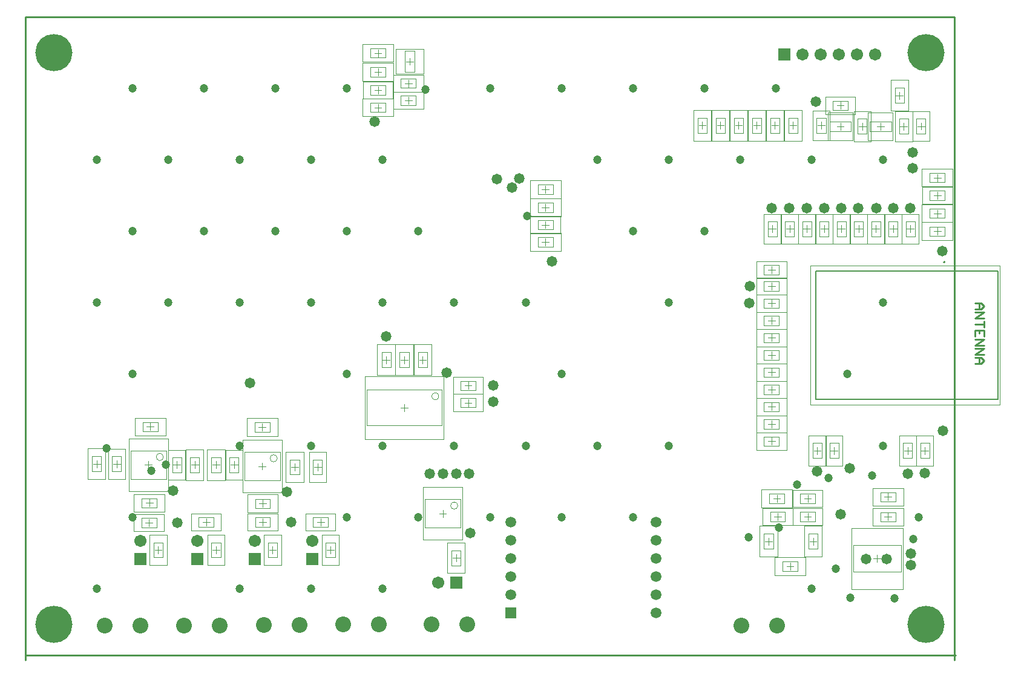
<source format=gbs>
G04*
G04 #@! TF.GenerationSoftware,Altium Limited,Altium Designer,22.0.2 (36)*
G04*
G04 Layer_Color=16711935*
%FSLAX44Y44*%
%MOMM*%
G71*
G04*
G04 #@! TF.SameCoordinates,44A75C0C-92E7-4886-82EC-FF5ABF5C97BD*
G04*
G04*
G04 #@! TF.FilePolarity,Negative*
G04*
G01*
G75*
%ADD11C,0.2540*%
%ADD13C,0.2000*%
%ADD14C,0.1000*%
%ADD15C,0.1270*%
%ADD16C,0.0500*%
%ADD53C,1.5032*%
%ADD54R,1.5032X1.5032*%
%ADD55C,2.2032*%
%ADD56R,1.7032X1.7032*%
%ADD57C,1.7032*%
%ADD58R,1.7032X1.7032*%
%ADD59C,1.2032*%
%ADD60C,1.4732*%
%ADD61C,5.2032*%
D11*
X1300000D02*
Y900000D01*
X0D02*
X1300000D01*
X1270Y6350D02*
X1301270D01*
X0Y0D02*
Y900000D01*
X1328170Y499660D02*
X1336634D01*
X1340866Y495428D01*
X1336634Y491196D01*
X1328170D01*
X1334518D01*
Y499660D01*
X1328170Y486964D02*
X1340866D01*
X1328170Y478500D01*
X1340866D01*
Y474268D02*
Y465804D01*
Y470036D01*
X1328170D01*
X1340866Y453108D02*
Y461572D01*
X1328170D01*
Y453108D01*
X1334518Y461572D02*
Y457340D01*
X1328170Y448876D02*
X1340866D01*
X1328170Y440412D01*
X1340866D01*
X1328170Y436181D02*
X1340866D01*
X1328170Y427717D01*
X1340866D01*
X1328170Y423485D02*
X1336634D01*
X1340866Y419253D01*
X1336634Y415021D01*
X1328170D01*
X1334518D01*
Y423485D01*
D13*
X1286770Y556660D02*
G03*
X1286770Y556660I-1000J0D01*
G01*
D14*
X578500Y369000D02*
G03*
X578500Y369000I-5000J0D01*
G01*
X605000Y216000D02*
G03*
X605000Y216000I-5000J0D01*
G01*
X352450Y282210D02*
G03*
X352450Y282210I-5000J0D01*
G01*
X193200Y284080D02*
G03*
X193200Y284080I-5000J0D01*
G01*
X1125270Y753760D02*
X1155270D01*
X1125270Y739760D02*
X1155270D01*
Y753760D01*
X1125270Y739760D02*
Y753760D01*
X1158170Y160320D02*
X1225170D01*
X1158170Y123320D02*
X1225170D01*
Y160320D01*
X1158170Y123320D02*
Y160320D01*
X477500Y378000D02*
X582500D01*
X477500Y328000D02*
X582500D01*
Y378000D01*
X477500Y328000D02*
Y378000D01*
X559000Y185000D02*
Y225000D01*
X609000Y185000D02*
Y225000D01*
X559000Y185000D02*
X609000D01*
X559000Y225000D02*
X609000D01*
X306450Y251210D02*
Y291210D01*
X356450Y251210D02*
Y291210D01*
X306450Y251210D02*
X356450D01*
X306450Y291210D02*
X356450D01*
X147200Y253080D02*
Y293080D01*
X197200Y253080D02*
Y293080D01*
X147200Y253080D02*
X197200D01*
X147200Y293080D02*
X197200D01*
X1084060Y232320D02*
X1105060D01*
X1084060Y219320D02*
X1105060D01*
X1084060D02*
Y232320D01*
X1105060Y219320D02*
Y232320D01*
X1042150Y206920D02*
X1063150D01*
X1042150Y193920D02*
X1063150D01*
X1042150D02*
Y206920D01*
X1063150Y193920D02*
Y206920D01*
X1084060D02*
X1105060D01*
X1084060Y193920D02*
X1105060D01*
X1084060D02*
Y206920D01*
X1105060Y193920D02*
Y206920D01*
X525500Y813500D02*
X546500D01*
X525500Y800500D02*
X546500D01*
X525500D02*
Y813500D01*
X546500Y800500D02*
Y813500D01*
X525500Y776500D02*
X546500D01*
X525500Y789500D02*
X546500D01*
Y776500D02*
Y789500D01*
X525500Y776500D02*
Y789500D01*
X596160Y132230D02*
Y153230D01*
X609160Y132230D02*
Y153230D01*
X596160Y132230D02*
X609160D01*
X596160Y153230D02*
X609160D01*
X1033440Y336700D02*
X1054440D01*
X1033440Y323700D02*
X1054440D01*
X1033440D02*
Y336700D01*
X1054440Y323700D02*
Y336700D01*
X1159360Y592750D02*
Y613750D01*
X1172360Y592750D02*
Y613750D01*
X1159360Y592750D02*
X1172360D01*
X1159360Y613750D02*
X1172360D01*
X1033440Y360830D02*
X1054440D01*
X1033440Y347830D02*
X1054440D01*
X1033440D02*
Y360830D01*
X1054440Y347830D02*
Y360830D01*
X1033440Y552600D02*
X1054440D01*
X1033440Y539600D02*
X1054440D01*
X1033440D02*
Y552600D01*
X1054440Y539600D02*
Y552600D01*
X1033440Y396090D02*
X1054440D01*
X1033440Y409090D02*
X1054440D01*
Y396090D02*
Y409090D01*
X1033440Y396090D02*
Y409090D01*
Y312570D02*
X1054440D01*
X1033440Y299570D02*
X1054440D01*
X1033440D02*
Y312570D01*
X1054440Y299570D02*
Y312570D01*
X1033440Y420220D02*
X1054440D01*
X1033440Y433220D02*
X1054440D01*
Y420220D02*
Y433220D01*
X1033440Y420220D02*
Y433220D01*
Y444350D02*
X1054440D01*
X1033440Y457350D02*
X1054440D01*
Y444350D02*
Y457350D01*
X1033440Y444350D02*
Y457350D01*
Y468480D02*
X1054440D01*
X1033440Y481480D02*
X1054440D01*
Y468480D02*
Y481480D01*
X1033440Y468480D02*
Y481480D01*
Y492610D02*
X1054440D01*
X1033440Y505610D02*
X1054440D01*
Y492610D02*
Y505610D01*
X1033440Y492610D02*
Y505610D01*
Y516740D02*
X1054440D01*
X1033440Y529740D02*
X1054440D01*
Y516740D02*
Y529740D01*
X1033440Y516740D02*
Y529740D01*
X1086970Y592750D02*
Y613750D01*
X1099970Y592750D02*
Y613750D01*
X1086970Y592750D02*
X1099970D01*
X1086970Y613750D02*
X1099970D01*
X1183490Y592750D02*
Y613750D01*
X1196490Y592750D02*
Y613750D01*
X1183490Y592750D02*
X1196490D01*
X1183490Y613750D02*
X1196490D01*
X1207620Y592750D02*
Y613750D01*
X1220620Y592750D02*
Y613750D01*
X1207620Y592750D02*
X1220620D01*
X1207620Y613750D02*
X1220620D01*
X1231750Y592750D02*
Y613750D01*
X1244750Y592750D02*
Y613750D01*
X1231750Y592750D02*
X1244750D01*
X1231750Y613750D02*
X1244750D01*
X609012Y390500D02*
X630012D01*
X609012Y377500D02*
X630012D01*
X609012D02*
Y390500D01*
X630012Y377500D02*
Y390500D01*
X609012Y366500D02*
X630012D01*
X609012Y353500D02*
X630012D01*
X609012D02*
Y366500D01*
X630012Y353500D02*
Y366500D01*
X1033440Y384960D02*
X1054440D01*
X1033440Y371960D02*
X1054440D01*
X1033440D02*
Y384960D01*
X1054440Y371960D02*
Y384960D01*
X1051710Y592750D02*
Y613750D01*
X1038710Y592750D02*
Y613750D01*
X1051710D01*
X1038710Y592750D02*
X1051710D01*
X1075840D02*
Y613750D01*
X1062840Y592750D02*
Y613750D01*
X1075840D01*
X1062840Y592750D02*
X1075840D01*
X1124100D02*
Y613750D01*
X1111100Y592750D02*
Y613750D01*
X1124100D01*
X1111100Y592750D02*
X1124100D01*
X1148230D02*
Y613750D01*
X1135230Y592750D02*
Y613750D01*
X1148230D01*
X1135230Y592750D02*
X1148230D01*
X1138070Y282500D02*
Y303500D01*
X1125070Y282500D02*
Y303500D01*
X1138070D01*
X1125070Y282500D02*
X1138070D01*
X1265070D02*
Y303500D01*
X1252070Y282500D02*
Y303500D01*
X1265070D01*
X1252070Y282500D02*
X1265070D01*
X1240940D02*
Y303500D01*
X1227940Y282500D02*
Y303500D01*
X1240940D01*
X1227940Y282500D02*
X1240940D01*
X1246500Y736500D02*
Y757500D01*
X1259500Y736500D02*
Y757500D01*
X1246500Y736500D02*
X1259500D01*
X1246500Y757500D02*
X1259500D01*
X1235510Y736260D02*
Y757260D01*
X1222510Y736260D02*
Y757260D01*
X1235510D01*
X1222510Y736260D02*
X1235510D01*
X1164440D02*
Y757260D01*
X1177440Y736260D02*
Y757260D01*
X1164440Y736260D02*
X1177440D01*
X1164440Y757260D02*
X1177440D01*
X1107100Y737530D02*
Y758530D01*
X1120100Y737530D02*
Y758530D01*
X1107100Y737530D02*
X1120100D01*
X1107100Y758530D02*
X1120100D01*
X1129770Y769470D02*
X1150770D01*
X1129770Y782470D02*
X1150770D01*
Y769470D02*
Y782470D01*
X1129770Y769470D02*
Y782470D01*
X1101500Y282500D02*
Y303500D01*
X1114500Y282500D02*
Y303500D01*
X1101500Y282500D02*
X1114500D01*
X1101500Y303500D02*
X1114500D01*
X162500Y198500D02*
X183500D01*
X162500Y185500D02*
X183500D01*
X162500D02*
Y198500D01*
X183500Y185500D02*
Y198500D01*
X192500Y143500D02*
Y164500D01*
X179500Y143500D02*
Y164500D01*
X192500D01*
X179500Y143500D02*
X192500D01*
X121250Y263850D02*
Y284850D01*
X134250Y263850D02*
Y284850D01*
X121250Y263850D02*
X134250D01*
X121250Y284850D02*
X134250D01*
X242500Y186500D02*
X263500D01*
X242500Y199500D02*
X263500D01*
Y186500D02*
Y199500D01*
X242500Y186500D02*
Y199500D01*
X273500Y143500D02*
Y164500D01*
X260500Y143500D02*
Y164500D01*
X273500D01*
X260500Y143500D02*
X273500D01*
X218500Y262500D02*
Y283500D01*
X205500Y262500D02*
Y283500D01*
X218500D01*
X205500Y262500D02*
X218500D01*
X321500Y199500D02*
X342500D01*
X321500Y186500D02*
X342500D01*
X321500D02*
Y199500D01*
X342500Y186500D02*
Y199500D01*
X352500Y143500D02*
Y164500D01*
X339500Y143500D02*
Y164500D01*
X352500D01*
X339500Y143500D02*
X352500D01*
X285500Y262500D02*
Y283500D01*
X298500Y262500D02*
Y283500D01*
X285500Y262500D02*
X298500D01*
X285500Y283500D02*
X298500D01*
X402500Y186500D02*
X423500D01*
X402500Y199500D02*
X423500D01*
Y186500D02*
Y199500D01*
X402500Y186500D02*
Y199500D01*
X433500Y143500D02*
Y164500D01*
X420500Y143500D02*
Y164500D01*
X433500D01*
X420500Y143500D02*
X433500D01*
X415420Y259440D02*
Y280440D01*
X402420Y259440D02*
Y280440D01*
X415420D01*
X402420Y259440D02*
X415420D01*
X530680Y822620D02*
Y852620D01*
X544680Y822620D02*
Y852620D01*
X530680D02*
X544680D01*
X530680Y822620D02*
X544680D01*
X1181340Y753760D02*
X1211340D01*
X1181340Y739760D02*
X1211340D01*
Y753760D01*
X1181340Y739760D02*
Y753760D01*
X482890Y803830D02*
X503890D01*
X482890Y790830D02*
X503890D01*
X482890D02*
Y803830D01*
X503890Y790830D02*
Y803830D01*
X717110Y615480D02*
X738110D01*
X717110Y602480D02*
X738110D01*
X717110D02*
Y615480D01*
X738110Y602480D02*
Y615480D01*
X1265500Y643500D02*
X1286500D01*
X1265500Y656500D02*
X1286500D01*
Y643500D02*
Y656500D01*
X1265500Y643500D02*
Y656500D01*
X1061880Y219320D02*
Y232320D01*
X1040880Y219320D02*
Y232320D01*
Y219320D02*
X1061880D01*
X1040880Y232320D02*
X1061880D01*
X498500Y430500D02*
X511500D01*
X498500Y409500D02*
X511500D01*
Y430500D01*
X498500Y409500D02*
Y430500D01*
X1067650Y758530D02*
X1080650D01*
X1067650Y737530D02*
X1080650D01*
Y758530D01*
X1067650Y737530D02*
Y758530D01*
X991450D02*
X1004450D01*
X991450Y737530D02*
X1004450D01*
Y758530D01*
X991450Y737530D02*
Y758530D01*
X966050D02*
X979050D01*
X966050Y737530D02*
X979050D01*
Y758530D01*
X966050Y737530D02*
Y758530D01*
X183970Y213240D02*
Y226240D01*
X162970Y213240D02*
Y226240D01*
Y213240D02*
X183970D01*
X162970Y226240D02*
X183970D01*
X185240Y319920D02*
Y332920D01*
X164240Y319920D02*
Y332920D01*
Y319920D02*
X185240D01*
X164240Y332920D02*
X185240D01*
X342500Y212500D02*
Y225500D01*
X321500Y212500D02*
Y225500D01*
Y212500D02*
X342500D01*
X321500Y225500D02*
X342500D01*
X341950Y319320D02*
Y332320D01*
X320950Y319320D02*
Y332320D01*
Y319320D02*
X341950D01*
X320950Y332320D02*
X341950D01*
X1095680Y155630D02*
Y176630D01*
X1108680Y155630D02*
Y176630D01*
X1095680Y155630D02*
X1108680D01*
X1095680Y176630D02*
X1108680D01*
X1196410Y193740D02*
X1217410D01*
X1196410Y206740D02*
X1217410D01*
Y193740D02*
Y206740D01*
X1196410Y193740D02*
Y206740D01*
Y221680D02*
X1217410D01*
X1196410Y234680D02*
X1217410D01*
Y221680D02*
Y234680D01*
X1196410Y221680D02*
Y234680D01*
X1033450Y155630D02*
Y176630D01*
X1046450Y155630D02*
Y176630D01*
X1033450Y155630D02*
X1046450D01*
X1033450Y176630D02*
X1046450D01*
X1059500Y124500D02*
X1080500D01*
X1059500Y137500D02*
X1080500D01*
Y124500D02*
Y137500D01*
X1059500Y124500D02*
Y137500D01*
X562500Y409500D02*
Y430500D01*
X549500Y409500D02*
Y430500D01*
X562500D01*
X549500Y409500D02*
X562500D01*
X536550Y409590D02*
Y430590D01*
X523550Y409590D02*
Y430590D01*
X536550D01*
X523550Y409590D02*
X536550D01*
X482890Y766700D02*
X503890D01*
X482890Y779700D02*
X503890D01*
Y766700D02*
Y779700D01*
X482890Y766700D02*
Y779700D01*
Y816230D02*
X503890D01*
X482890Y829230D02*
X503890D01*
Y816230D02*
Y829230D01*
X482890Y816230D02*
Y829230D01*
Y842900D02*
X503890D01*
X482890Y855900D02*
X503890D01*
Y842900D02*
Y855900D01*
X482890Y842900D02*
Y855900D01*
X717110Y591350D02*
X738110D01*
X717110Y578350D02*
X738110D01*
X717110D02*
Y591350D01*
X738110Y578350D02*
Y591350D01*
X717110Y639610D02*
X738110D01*
X717110Y626610D02*
X738110D01*
X717110D02*
Y639610D01*
X738110Y626610D02*
Y639610D01*
X717110Y665010D02*
X738110D01*
X717110Y652010D02*
X738110D01*
X717110D02*
Y665010D01*
X738110Y652010D02*
Y665010D01*
X1265500Y681500D02*
X1286500D01*
X1265500Y668500D02*
X1286500D01*
X1265500D02*
Y681500D01*
X1286500Y668500D02*
Y681500D01*
X1265500Y593500D02*
X1286500D01*
X1265500Y606500D02*
X1286500D01*
Y593500D02*
Y606500D01*
X1265500Y593500D02*
Y606500D01*
Y618500D02*
X1286500D01*
X1265500Y631500D02*
X1286500D01*
Y618500D02*
Y631500D01*
X1265500Y618500D02*
Y631500D01*
X1229500Y779500D02*
Y800500D01*
X1216500Y779500D02*
Y800500D01*
X1229500D01*
X1216500Y779500D02*
X1229500D01*
X1055250Y737530D02*
Y758530D01*
X1042250Y737530D02*
Y758530D01*
X1055250D01*
X1042250Y737530D02*
X1055250D01*
X1029850D02*
Y758530D01*
X1016850Y737530D02*
Y758530D01*
X1029850D01*
X1016850Y737530D02*
X1029850D01*
X953650D02*
Y758530D01*
X940650Y737530D02*
Y758530D01*
X953650D01*
X940650Y737530D02*
X953650D01*
X93310Y263850D02*
Y284850D01*
X106310Y263850D02*
Y284850D01*
X93310Y263850D02*
X106310D01*
X93310Y284850D02*
X106310D01*
X243500Y262500D02*
Y283500D01*
X230500Y262500D02*
Y283500D01*
X243500D01*
X230500Y262500D02*
X243500D01*
X260500D02*
Y283500D01*
X273500Y262500D02*
Y283500D01*
X260500Y262500D02*
X273500D01*
X260500Y283500D02*
X273500D01*
X383416Y259440D02*
Y280440D01*
X370416Y259440D02*
Y280440D01*
X383416D01*
X370416Y259440D02*
X383416D01*
X1140270Y741760D02*
Y751760D01*
X1135270Y746760D02*
X1145270D01*
X1191670Y136820D02*
Y146820D01*
X1186670Y141820D02*
X1196670D01*
X530000Y348000D02*
Y358000D01*
X525000Y353000D02*
X535000D01*
X579000Y205000D02*
X589000D01*
X584000Y200000D02*
Y210000D01*
X326450Y271210D02*
X336450D01*
X331450Y266210D02*
Y276210D01*
X167200Y273080D02*
X177200D01*
X172200Y268080D02*
Y278080D01*
X1094560Y220820D02*
Y230820D01*
X1089560Y225820D02*
X1099560D01*
X1052650Y195420D02*
Y205420D01*
X1047650Y200420D02*
X1057650D01*
X1094560Y195420D02*
Y205420D01*
X1089560Y200420D02*
X1099560D01*
X536000Y802000D02*
Y812000D01*
X531000Y807000D02*
X541000D01*
X536000Y778000D02*
Y788000D01*
X531000Y783000D02*
X541000D01*
X597660Y142730D02*
X607660D01*
X602660Y137730D02*
Y147730D01*
X1043940Y325200D02*
Y335200D01*
X1038940Y330200D02*
X1048940D01*
X1160860Y603250D02*
X1170860D01*
X1165860Y598250D02*
Y608250D01*
X1043940Y349330D02*
Y359330D01*
X1038940Y354330D02*
X1048940D01*
X1043940Y541100D02*
Y551100D01*
X1038940Y546100D02*
X1048940D01*
X1043940Y397590D02*
Y407590D01*
X1038940Y402590D02*
X1048940D01*
X1043940Y301070D02*
Y311070D01*
X1038940Y306070D02*
X1048940D01*
X1043940Y421720D02*
Y431720D01*
X1038940Y426720D02*
X1048940D01*
X1043940Y445850D02*
Y455850D01*
X1038940Y450850D02*
X1048940D01*
X1043940Y469980D02*
Y479980D01*
X1038940Y474980D02*
X1048940D01*
X1043940Y494110D02*
Y504110D01*
X1038940Y499110D02*
X1048940D01*
X1043940Y518240D02*
Y528240D01*
X1038940Y523240D02*
X1048940D01*
X1088470Y603250D02*
X1098470D01*
X1093470Y598250D02*
Y608250D01*
X1184990Y603250D02*
X1194990D01*
X1189990Y598250D02*
Y608250D01*
X1209120Y603250D02*
X1219120D01*
X1214120Y598250D02*
Y608250D01*
X1233250Y603250D02*
X1243250D01*
X1238250Y598250D02*
Y608250D01*
X619512Y379000D02*
Y389000D01*
X614512Y384000D02*
X624512D01*
X619512Y355000D02*
Y365000D01*
X614512Y360000D02*
X624512D01*
X1043940Y373460D02*
Y383460D01*
X1038940Y378460D02*
X1048940D01*
X1040210Y603250D02*
X1050210D01*
X1045210Y598250D02*
Y608250D01*
X1064340Y603250D02*
X1074340D01*
X1069340Y598250D02*
Y608250D01*
X1112600Y603250D02*
X1122600D01*
X1117600Y598250D02*
Y608250D01*
X1136730Y603250D02*
X1146730D01*
X1141730Y598250D02*
Y608250D01*
X1126570Y293000D02*
X1136570D01*
X1131570Y288000D02*
Y298000D01*
X1253570Y293000D02*
X1263570D01*
X1258570Y288000D02*
Y298000D01*
X1229440Y293000D02*
X1239440D01*
X1234440Y288000D02*
Y298000D01*
X1248000Y747000D02*
X1258000D01*
X1253000Y742000D02*
Y752000D01*
X1224010Y746760D02*
X1234010D01*
X1229010Y741760D02*
Y751760D01*
X1165940Y746760D02*
X1175940D01*
X1170940Y741760D02*
Y751760D01*
X1108600Y748030D02*
X1118600D01*
X1113600Y743030D02*
Y753030D01*
X1140270Y770970D02*
Y780970D01*
X1135270Y775970D02*
X1145270D01*
X1103000Y293000D02*
X1113000D01*
X1108000Y288000D02*
Y298000D01*
X173000Y187000D02*
Y197000D01*
X168000Y192000D02*
X178000D01*
X181000Y154000D02*
X191000D01*
X186000Y149000D02*
Y159000D01*
X122750Y274350D02*
X132750D01*
X127750Y269350D02*
Y279350D01*
X253000Y188000D02*
Y198000D01*
X248000Y193000D02*
X258000D01*
X262000Y154000D02*
X272000D01*
X267000Y149000D02*
Y159000D01*
X207000Y273000D02*
X217000D01*
X212000Y268000D02*
Y278000D01*
X332000Y188000D02*
Y198000D01*
X327000Y193000D02*
X337000D01*
X341000Y154000D02*
X351000D01*
X346000Y149000D02*
Y159000D01*
X287000Y273000D02*
X297000D01*
X292000Y268000D02*
Y278000D01*
X413000Y188000D02*
Y198000D01*
X408000Y193000D02*
X418000D01*
X422000Y154000D02*
X432000D01*
X427000Y149000D02*
Y159000D01*
X403920Y269940D02*
X413920D01*
X408920Y264940D02*
Y274940D01*
X532680Y837620D02*
X542680D01*
X537680Y832620D02*
Y842620D01*
X1196340Y741760D02*
Y751760D01*
X1191340Y746760D02*
X1201340D01*
X493390Y792330D02*
Y802330D01*
X488390Y797330D02*
X498390D01*
X727610Y603980D02*
Y613980D01*
X722610Y608980D02*
X732610D01*
X1276000Y645000D02*
Y655000D01*
X1271000Y650000D02*
X1281000D01*
X1046380Y225820D02*
X1056380D01*
X1051380Y220820D02*
Y230820D01*
X505000Y415000D02*
Y425000D01*
X500000Y420000D02*
X510000D01*
X1074150Y743030D02*
Y753030D01*
X1069150Y748030D02*
X1079150D01*
X997950Y743030D02*
Y753030D01*
X992950Y748030D02*
X1002950D01*
X972550Y743030D02*
Y753030D01*
X967550Y748030D02*
X977550D01*
X168470Y219740D02*
X178470D01*
X173470Y214740D02*
Y224740D01*
X169740Y326420D02*
X179740D01*
X174740Y321420D02*
Y331420D01*
X327000Y219000D02*
X337000D01*
X332000Y214000D02*
Y224000D01*
X326450Y325820D02*
X336450D01*
X331450Y320820D02*
Y330820D01*
X1097180Y166130D02*
X1107180D01*
X1102180Y161130D02*
Y171130D01*
X1206910Y195240D02*
Y205240D01*
X1201910Y200240D02*
X1211910D01*
X1206910Y223180D02*
Y233180D01*
X1201910Y228180D02*
X1211910D01*
X1034950Y166130D02*
X1044950D01*
X1039950Y161130D02*
Y171130D01*
X1070000Y126000D02*
Y136000D01*
X1065000Y131000D02*
X1075000D01*
X551000Y420000D02*
X561000D01*
X556000Y415000D02*
Y425000D01*
X525050Y420090D02*
X535050D01*
X530050Y415090D02*
Y425090D01*
X493390Y768200D02*
Y778200D01*
X488390Y773200D02*
X498390D01*
X493390Y817730D02*
Y827730D01*
X488390Y822730D02*
X498390D01*
X493390Y844400D02*
Y854400D01*
X488390Y849400D02*
X498390D01*
X727610Y579850D02*
Y589850D01*
X722610Y584850D02*
X732610D01*
X727610Y628110D02*
Y638110D01*
X722610Y633110D02*
X732610D01*
X727610Y653510D02*
Y663510D01*
X722610Y658510D02*
X732610D01*
X1276000Y670000D02*
Y680000D01*
X1271000Y675000D02*
X1281000D01*
X1276000Y595000D02*
Y605000D01*
X1271000Y600000D02*
X1281000D01*
X1276000Y620000D02*
Y630000D01*
X1271000Y625000D02*
X1281000D01*
X1218000Y790000D02*
X1228000D01*
X1223000Y785000D02*
Y795000D01*
X1043750Y748030D02*
X1053750D01*
X1048750Y743030D02*
Y753030D01*
X1018350Y748030D02*
X1028350D01*
X1023350Y743030D02*
Y753030D01*
X942150Y748030D02*
X952150D01*
X947150Y743030D02*
Y753030D01*
X94810Y274350D02*
X104810D01*
X99810Y269350D02*
Y279350D01*
X232000Y273000D02*
X242000D01*
X237000Y268000D02*
Y278000D01*
X262000Y273000D02*
X272000D01*
X267000Y268000D02*
Y278000D01*
X371916Y269940D02*
X381916D01*
X376916Y264940D02*
Y274940D01*
D15*
X1360670Y364660D02*
Y544660D01*
X1300670Y364660D02*
X1360670D01*
X1105670D02*
X1300670D01*
X1105670D02*
Y544660D01*
X1300670D01*
X1360670D01*
X1300670Y364660D02*
Y544660D01*
D16*
X1122770Y766010D02*
X1157770D01*
X1122770Y727510D02*
X1157770D01*
Y766010D01*
X1122770Y727510D02*
Y766010D01*
X1155670Y184320D02*
X1227670D01*
X1155670Y99320D02*
X1227670D01*
Y184320D01*
X1155670Y99320D02*
Y184320D01*
X475000Y397000D02*
X585000D01*
X475000Y309000D02*
X585000D01*
Y397000D01*
X475000Y309000D02*
Y397000D01*
X556500Y168000D02*
Y242000D01*
X611500Y168000D02*
Y242000D01*
X556500Y168000D02*
X611500D01*
X556500Y242000D02*
X611500D01*
X303950Y234210D02*
Y308210D01*
X358950Y234210D02*
Y308210D01*
X303950Y234210D02*
X358950D01*
X303950Y308210D02*
X358950D01*
X144700Y236080D02*
Y310080D01*
X199700Y236080D02*
Y310080D01*
X144700Y236080D02*
X199700D01*
X144700Y310080D02*
X199700D01*
X1098170Y552160D02*
X1363170D01*
Y357160D02*
Y552160D01*
X1098170Y357160D02*
X1363170D01*
X1098170D02*
Y552160D01*
X1073560Y237820D02*
X1115560D01*
X1073560Y213820D02*
X1115560D01*
X1073560D02*
Y237820D01*
X1115560Y213820D02*
Y237820D01*
X1031650Y212420D02*
X1073650D01*
X1031650Y188420D02*
X1073650D01*
X1031650D02*
Y212420D01*
X1073650Y188420D02*
Y212420D01*
X1073560D02*
X1115560D01*
X1073560Y188420D02*
X1115560D01*
X1073560D02*
Y212420D01*
X1115560Y188420D02*
Y212420D01*
X515000Y819000D02*
X557000D01*
X515000Y795000D02*
X557000D01*
X515000D02*
Y819000D01*
X557000Y795000D02*
Y819000D01*
X515000Y771000D02*
X557000D01*
X515000Y795000D02*
X557000D01*
Y771000D02*
Y795000D01*
X515000Y771000D02*
Y795000D01*
X590660Y121730D02*
Y163730D01*
X614660Y121730D02*
Y163730D01*
X590660Y121730D02*
X614660D01*
X590660Y163730D02*
X614660D01*
X1022940Y342200D02*
X1064940D01*
X1022940Y318200D02*
X1064940D01*
X1022940D02*
Y342200D01*
X1064940Y318200D02*
Y342200D01*
X1153860Y582250D02*
Y624250D01*
X1177860Y582250D02*
Y624250D01*
X1153860Y582250D02*
X1177860D01*
X1153860Y624250D02*
X1177860D01*
X1022940Y366330D02*
X1064940D01*
X1022940Y342330D02*
X1064940D01*
X1022940D02*
Y366330D01*
X1064940Y342330D02*
Y366330D01*
X1022940Y558100D02*
X1064940D01*
X1022940Y534100D02*
X1064940D01*
X1022940D02*
Y558100D01*
X1064940Y534100D02*
Y558100D01*
X1022940Y390590D02*
X1064940D01*
X1022940Y414590D02*
X1064940D01*
Y390590D02*
Y414590D01*
X1022940Y390590D02*
Y414590D01*
X1022940Y318070D02*
X1064940D01*
X1022940Y294070D02*
X1064940D01*
X1022940D02*
Y318070D01*
X1064940Y294070D02*
Y318070D01*
X1022940Y414720D02*
X1064940D01*
X1022940Y438720D02*
X1064940D01*
Y414720D02*
Y438720D01*
X1022940Y414720D02*
Y438720D01*
Y438850D02*
X1064940D01*
X1022940Y462850D02*
X1064940D01*
Y438850D02*
Y462850D01*
X1022940Y438850D02*
Y462850D01*
Y462980D02*
X1064940D01*
X1022940Y486980D02*
X1064940D01*
Y462980D02*
Y486980D01*
X1022940Y462980D02*
Y486980D01*
Y487110D02*
X1064940D01*
X1022940Y511110D02*
X1064940D01*
Y487110D02*
Y511110D01*
X1022940Y487110D02*
Y511110D01*
Y511240D02*
X1064940D01*
X1022940Y535240D02*
X1064940D01*
Y511240D02*
Y535240D01*
X1022940Y511240D02*
Y535240D01*
X1081470Y582250D02*
Y624250D01*
X1105470Y582250D02*
Y624250D01*
X1081470Y582250D02*
X1105470D01*
X1081470Y624250D02*
X1105470D01*
X1177990Y582250D02*
Y624250D01*
X1201990Y582250D02*
Y624250D01*
X1177990Y582250D02*
X1201990D01*
X1177990Y624250D02*
X1201990D01*
X1202120Y582250D02*
Y624250D01*
X1226120Y582250D02*
Y624250D01*
X1202120Y582250D02*
X1226120D01*
X1202120Y624250D02*
X1226120D01*
X1226250Y582250D02*
Y624250D01*
X1250250Y582250D02*
Y624250D01*
X1226250Y582250D02*
X1250250D01*
X1226250Y624250D02*
X1250250D01*
X598512Y396000D02*
X640512D01*
X598512Y372000D02*
X640512D01*
X598512D02*
Y396000D01*
X640512Y372000D02*
Y396000D01*
X598512Y372000D02*
X640512D01*
X598512Y348000D02*
X640512D01*
X598512D02*
Y372000D01*
X640512Y348000D02*
Y372000D01*
X1022940Y390460D02*
X1064940D01*
X1022940Y366460D02*
X1064940D01*
X1022940D02*
Y390460D01*
X1064940Y366460D02*
Y390460D01*
X1057210Y582250D02*
Y624250D01*
X1033210Y582250D02*
Y624250D01*
X1057210D01*
X1033210Y582250D02*
X1057210D01*
X1081340D02*
Y624250D01*
X1057340Y582250D02*
Y624250D01*
X1081340D01*
X1057340Y582250D02*
X1081340D01*
X1129600D02*
Y624250D01*
X1105600Y582250D02*
Y624250D01*
X1129600D01*
X1105600Y582250D02*
X1129600D01*
X1153730D02*
Y624250D01*
X1129730Y582250D02*
Y624250D01*
X1153730D01*
X1129730Y582250D02*
X1153730D01*
X1143570Y272000D02*
Y314000D01*
X1119570Y272000D02*
Y314000D01*
X1143570D01*
X1119570Y272000D02*
X1143570D01*
X1270570D02*
Y314000D01*
X1246570Y272000D02*
Y314000D01*
X1270570D01*
X1246570Y272000D02*
X1270570D01*
X1246440D02*
Y314000D01*
X1222440Y272000D02*
Y314000D01*
X1246440D01*
X1222440Y272000D02*
X1246440D01*
X1241000Y726000D02*
Y768000D01*
X1265000Y726000D02*
Y768000D01*
X1241000Y726000D02*
X1265000D01*
X1241000Y768000D02*
X1265000D01*
X1241010Y725760D02*
Y767760D01*
X1217010Y725760D02*
Y767760D01*
X1241010D01*
X1217010Y725760D02*
X1241010D01*
X1158940Y725760D02*
Y767760D01*
X1182940Y725760D02*
Y767760D01*
X1158940Y725760D02*
X1182940D01*
X1158940Y767760D02*
X1182940D01*
X1101600Y727030D02*
Y769030D01*
X1125600Y727030D02*
Y769030D01*
X1101600Y727030D02*
X1125600D01*
X1101600Y769030D02*
X1125600D01*
X1119270Y763970D02*
X1161270D01*
X1119270Y787970D02*
X1161270D01*
Y763970D02*
Y787970D01*
X1119270Y763970D02*
Y787970D01*
X1096000Y272000D02*
Y314000D01*
X1120000Y272000D02*
Y314000D01*
X1096000Y272000D02*
X1120000D01*
X1096000Y314000D02*
X1120000D01*
X152000Y204000D02*
X194000D01*
X152000Y180000D02*
X194000D01*
X152000D02*
Y204000D01*
X194000Y180000D02*
Y204000D01*
X198000Y133000D02*
Y175000D01*
X174000Y133000D02*
Y175000D01*
X198000D01*
X174000Y133000D02*
X198000D01*
X115750Y253350D02*
Y295350D01*
X139750Y253350D02*
Y295350D01*
X115750Y253350D02*
X139750D01*
X115750Y295350D02*
X139750D01*
X232000Y181000D02*
X274000D01*
X232000Y205000D02*
X274000D01*
Y181000D02*
Y205000D01*
X232000Y181000D02*
Y205000D01*
X279000Y133000D02*
Y175000D01*
X255000Y133000D02*
Y175000D01*
X279000D01*
X255000Y133000D02*
X279000D01*
X224000Y252000D02*
Y294000D01*
X200000Y252000D02*
Y294000D01*
X224000D01*
X200000Y252000D02*
X224000D01*
X311000Y205000D02*
X353000D01*
X311000Y181000D02*
X353000D01*
X311000D02*
Y205000D01*
X353000Y181000D02*
Y205000D01*
X358000Y133000D02*
Y175000D01*
X334000Y133000D02*
Y175000D01*
X358000D01*
X334000Y133000D02*
X358000D01*
X280000Y252000D02*
Y294000D01*
X304000Y252000D02*
Y294000D01*
X280000Y252000D02*
X304000D01*
X280000Y294000D02*
X304000D01*
X392000Y181000D02*
X434000D01*
X392000Y205000D02*
X434000D01*
Y181000D02*
Y205000D01*
X392000Y181000D02*
Y205000D01*
X439000Y133000D02*
Y175000D01*
X415000Y133000D02*
Y175000D01*
X439000D01*
X415000Y133000D02*
X439000D01*
X420920Y248940D02*
Y290940D01*
X396920Y248940D02*
Y290940D01*
X420920D01*
X396920Y248940D02*
X420920D01*
X518430Y820120D02*
Y855120D01*
X556930Y820120D02*
Y855120D01*
X518430D02*
X556930D01*
X518430Y820120D02*
X556930D01*
X1178840Y766010D02*
X1213840D01*
X1178840Y727510D02*
X1213840D01*
Y766010D01*
X1178840Y727510D02*
Y766010D01*
X472390Y809330D02*
X514390D01*
X472390Y785330D02*
X514390D01*
X472390D02*
Y809330D01*
X514390Y785330D02*
Y809330D01*
X706610Y620980D02*
X748610D01*
X706610Y596980D02*
X748610D01*
X706610D02*
Y620980D01*
X748610Y596980D02*
Y620980D01*
X1255000Y638000D02*
X1297000D01*
X1255000Y662000D02*
X1297000D01*
Y638000D02*
Y662000D01*
X1255000Y638000D02*
Y662000D01*
X1072880Y213320D02*
Y238320D01*
X1029880Y213320D02*
Y238320D01*
Y213320D02*
X1072880D01*
X1029880Y238320D02*
X1072880D01*
X492500Y441500D02*
X517500D01*
X492500Y398500D02*
X517500D01*
Y441500D01*
X492500Y398500D02*
Y441500D01*
X1061650Y769530D02*
X1086650D01*
X1061650Y726530D02*
X1086650D01*
Y769530D01*
X1061650Y726530D02*
Y769530D01*
X985450D02*
X1010450D01*
X985450Y726530D02*
X1010450D01*
Y769530D01*
X985450Y726530D02*
Y769530D01*
X960050D02*
X985050D01*
X960050Y726530D02*
X985050D01*
Y769530D01*
X960050Y726530D02*
Y769530D01*
X194970Y207240D02*
Y232240D01*
X151970Y207240D02*
Y232240D01*
Y207240D02*
X194970D01*
X151970Y232240D02*
X194970D01*
X196240Y313920D02*
Y338920D01*
X153240Y313920D02*
Y338920D01*
Y313920D02*
X196240D01*
X153240Y338920D02*
X196240D01*
X353500Y206500D02*
Y231500D01*
X310500Y206500D02*
Y231500D01*
Y206500D02*
X353500D01*
X310500Y231500D02*
X353500D01*
X352950Y313320D02*
Y338320D01*
X309950Y313320D02*
Y338320D01*
Y313320D02*
X352950D01*
X309950Y338320D02*
X352950D01*
X1089680Y144630D02*
Y187630D01*
X1114680Y144630D02*
Y187630D01*
X1089680Y144630D02*
X1114680D01*
X1089680Y187630D02*
X1114680D01*
X1185410Y187740D02*
X1228410D01*
X1185410Y212740D02*
X1228410D01*
Y187740D02*
Y212740D01*
X1185410Y187740D02*
Y212740D01*
Y215680D02*
X1228410D01*
X1185410Y240680D02*
X1228410D01*
Y215680D02*
Y240680D01*
X1185410Y215680D02*
Y240680D01*
X1027450Y144630D02*
Y187630D01*
X1052450Y144630D02*
Y187630D01*
X1027450Y144630D02*
X1052450D01*
X1027450Y187630D02*
X1052450D01*
X1048500Y118500D02*
X1091500D01*
X1048500Y143500D02*
X1091500D01*
Y118500D02*
Y143500D01*
X1048500Y118500D02*
Y143500D01*
X568500Y398500D02*
Y441500D01*
X543500Y398500D02*
Y441500D01*
X568500D01*
X543500Y398500D02*
X568500D01*
X542550Y398590D02*
Y441590D01*
X517550Y398590D02*
Y441590D01*
X542550D01*
X517550Y398590D02*
X542550D01*
X471890Y760700D02*
X514890D01*
X471890Y785700D02*
X514890D01*
Y760700D02*
Y785700D01*
X471890Y760700D02*
Y785700D01*
Y810230D02*
X514890D01*
X471890Y835230D02*
X514890D01*
Y810230D02*
Y835230D01*
X471890Y810230D02*
Y835230D01*
Y836900D02*
X514890D01*
X471890Y861900D02*
X514890D01*
Y836900D02*
Y861900D01*
X471890Y836900D02*
Y861900D01*
X706110Y597350D02*
X749110D01*
X706110Y572350D02*
X749110D01*
X706110D02*
Y597350D01*
X749110Y572350D02*
Y597350D01*
X706110Y645610D02*
X749110D01*
X706110Y620610D02*
X749110D01*
X706110D02*
Y645610D01*
X749110Y620610D02*
Y645610D01*
X706110Y671010D02*
X749110D01*
X706110Y646010D02*
X749110D01*
X706110D02*
Y671010D01*
X749110Y646010D02*
Y671010D01*
X1254500Y687500D02*
X1297500D01*
X1254500Y662500D02*
X1297500D01*
X1254500D02*
Y687500D01*
X1297500Y662500D02*
Y687500D01*
X1254500Y587500D02*
X1297500D01*
X1254500Y612500D02*
X1297500D01*
Y587500D02*
Y612500D01*
X1254500Y587500D02*
Y612500D01*
X1297500D01*
X1254500Y637500D02*
X1297500D01*
Y612500D02*
Y637500D01*
X1254500Y612500D02*
Y637500D01*
X1235500Y768500D02*
Y811500D01*
X1210500Y768500D02*
Y811500D01*
X1235500D01*
X1210500Y768500D02*
X1235500D01*
X1061250Y726530D02*
Y769530D01*
X1036250Y726530D02*
Y769530D01*
X1061250D01*
X1036250Y726530D02*
X1061250D01*
X1035850D02*
Y769530D01*
X1010850Y726530D02*
Y769530D01*
X1035850D01*
X1010850Y726530D02*
X1035850D01*
X959650D02*
Y769530D01*
X934650Y726530D02*
Y769530D01*
X959650D01*
X934650Y726530D02*
X959650D01*
X87310Y252850D02*
Y295850D01*
X112310Y252850D02*
Y295850D01*
X87310Y252850D02*
X112310D01*
X87310Y295850D02*
X112310D01*
X249500Y251500D02*
Y294500D01*
X224500Y251500D02*
Y294500D01*
X249500D01*
X224500Y251500D02*
X249500D01*
X254500Y251500D02*
Y294500D01*
X279500Y251500D02*
Y294500D01*
X254500Y251500D02*
X279500D01*
X254500Y294500D02*
X279500D01*
X389416Y248440D02*
Y291440D01*
X364416Y248440D02*
Y291440D01*
X389416D01*
X364416Y248440D02*
X389416D01*
D53*
X882650Y66040D02*
D03*
Y91440D02*
D03*
Y116840D02*
D03*
Y193040D02*
D03*
Y167640D02*
D03*
Y142240D02*
D03*
X679450Y193040D02*
D03*
Y167640D02*
D03*
Y142240D02*
D03*
Y91440D02*
D03*
Y116840D02*
D03*
D54*
Y66040D02*
D03*
D55*
X1002000Y48000D02*
D03*
X1052000D02*
D03*
X568000Y50000D02*
D03*
X618000D02*
D03*
X111000Y48270D02*
D03*
X161000D02*
D03*
X222333D02*
D03*
X272333D02*
D03*
X333667Y49000D02*
D03*
X383667D02*
D03*
X445000Y50000D02*
D03*
X495000D02*
D03*
D56*
X602660Y108440D02*
D03*
X1061720Y847090D02*
D03*
D57*
X577260Y108440D02*
D03*
X1087120Y847090D02*
D03*
X1112520D02*
D03*
X1137920D02*
D03*
X1163320D02*
D03*
X1188720D02*
D03*
X161000Y166700D02*
D03*
X241000D02*
D03*
X321000D02*
D03*
X401300D02*
D03*
D58*
X161000Y141300D02*
D03*
X241000D02*
D03*
X321000D02*
D03*
X401300D02*
D03*
D59*
X1054000Y185000D02*
D03*
X1134000Y128000D02*
D03*
X1080000Y245000D02*
D03*
X1124000Y255000D02*
D03*
X1185000Y258000D02*
D03*
X1242000Y169000D02*
D03*
X1216000Y86000D02*
D03*
X1154000Y87000D02*
D03*
X1012000Y172000D02*
D03*
X702000Y621000D02*
D03*
X560000Y798000D02*
D03*
X176000Y265000D02*
D03*
X197000Y273000D02*
D03*
X114000Y296000D02*
D03*
X1200000Y700000D02*
D03*
Y500000D02*
D03*
Y300000D02*
D03*
X1250000Y200000D02*
D03*
X1100000Y700000D02*
D03*
X1150000Y400000D02*
D03*
X1100000Y100000D02*
D03*
X1050000Y800000D02*
D03*
X1000000Y700000D02*
D03*
X950000Y800000D02*
D03*
X900000Y700000D02*
D03*
X950000Y600000D02*
D03*
X900000Y500000D02*
D03*
Y300000D02*
D03*
X850000Y800000D02*
D03*
X800000Y700000D02*
D03*
X850000Y600000D02*
D03*
X800000Y300000D02*
D03*
X850000Y200000D02*
D03*
X750000Y800000D02*
D03*
X700000Y500000D02*
D03*
X750000Y400000D02*
D03*
X700000Y300000D02*
D03*
X750000Y200000D02*
D03*
X650000Y800000D02*
D03*
X600000Y500000D02*
D03*
Y300000D02*
D03*
X650000Y200000D02*
D03*
X500000Y700000D02*
D03*
X550000Y600000D02*
D03*
X500000Y500000D02*
D03*
Y300000D02*
D03*
X550000Y200000D02*
D03*
X500000Y100000D02*
D03*
X450000Y800000D02*
D03*
X400000Y700000D02*
D03*
X450000Y600000D02*
D03*
X400000Y500000D02*
D03*
X450000Y400000D02*
D03*
X400000Y300000D02*
D03*
X450000Y200000D02*
D03*
X400000Y100000D02*
D03*
X350000Y800000D02*
D03*
X300000Y700000D02*
D03*
X350000Y600000D02*
D03*
X300000Y500000D02*
D03*
Y300000D02*
D03*
Y100000D02*
D03*
X250000Y800000D02*
D03*
X200000Y700000D02*
D03*
X250000Y600000D02*
D03*
X200000Y500000D02*
D03*
X150000Y800000D02*
D03*
X100000Y700000D02*
D03*
X150000Y600000D02*
D03*
X100000Y500000D02*
D03*
X150000Y400000D02*
D03*
Y200000D02*
D03*
X100000Y100000D02*
D03*
D60*
X737184Y558184D02*
D03*
X681000Y661000D02*
D03*
X691000Y674000D02*
D03*
X660000Y673000D02*
D03*
X654512Y384000D02*
D03*
Y361000D02*
D03*
X489000Y753000D02*
D03*
X1241760Y688000D02*
D03*
Y710000D02*
D03*
X1284000Y321000D02*
D03*
X1153000Y268000D02*
D03*
X602667Y261000D02*
D03*
X584333D02*
D03*
X621000D02*
D03*
X589512Y402000D02*
D03*
X1282540Y572460D02*
D03*
X1238250Y632000D02*
D03*
X1258570Y261430D02*
D03*
X1108000Y264000D02*
D03*
X1214120Y632000D02*
D03*
X622750Y177750D02*
D03*
X505000Y452930D02*
D03*
X371500Y193000D02*
D03*
X212500Y192000D02*
D03*
X1165300Y632000D02*
D03*
X1190160D02*
D03*
X1014000Y523000D02*
D03*
X1013000Y499000D02*
D03*
X1044410Y632000D02*
D03*
X1068940D02*
D03*
X1141730D02*
D03*
X1117600D02*
D03*
X1093470D02*
D03*
X566000Y261000D02*
D03*
X1106000Y781000D02*
D03*
X1234440Y260440D02*
D03*
X314000Y388000D02*
D03*
X366250Y235130D02*
D03*
X207000Y237000D02*
D03*
X1141000Y204000D02*
D03*
X1176000Y141000D02*
D03*
X1205000D02*
D03*
X1239000Y133000D02*
D03*
Y149000D02*
D03*
D61*
X40000Y850000D02*
D03*
X1260000D02*
D03*
Y50000D02*
D03*
X40000D02*
D03*
M02*

</source>
